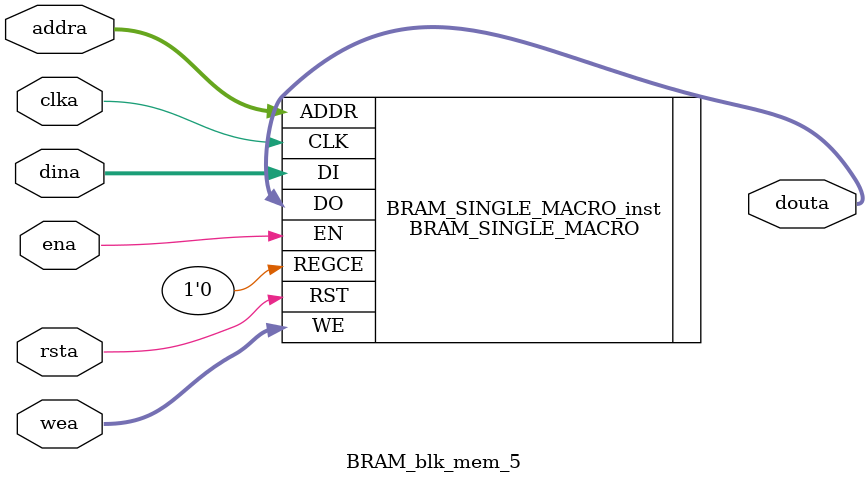
<source format=v>
`timescale 1ns/1ps

module BRAM_blk_mem_5 (
  clka,
  ena,
  wea,
  addra,
  dina,
  douta,
  rsta
);


input wire clka;

input wire ena;

input wire rsta;

input wire [1 : 0] wea;

input wire [9 : 0] addra;

input wire [15 : 0] dina;

output wire [15 : 0] douta;


// BRAM_SINGLE_MACRO : In order to incorporate this function into the design,
//   Verilog   : the following instance declaration needs to be placed
//  instance   : in the body of the design code.  The instance name
// declaration : (BRAM_SINGLE_MACRO_inst) and/or the port declarations within the
//    code     : parenthesis may be changed to properly reference and
//             : connect this function to the design.  All inputs
//             : and outputs must be connected.

//  <-----Cut code below this line---->

   // BRAM_SINGLE_MACRO: Single Port RAM
   //                    Artix-7
   // Xilinx HDL Language Template, version 2016.4
   
   /////////////////////////////////////////////////////////////////////
   //  READ_WIDTH | BRAM_SIZE | READ Depth  | ADDR Width |            //
   // WRITE_WIDTH |           | WRITE Depth |            |  WE Width  //
   // ============|===========|=============|============|============//
   //    37-72    |  "36Kb"   |      512    |    9-bit   |    8-bit   //
   //    19-36    |  "36Kb"   |     1024    |   10-bit   |    4-bit   //
   //    19-36    |  "18Kb"   |      512    |    9-bit   |    4-bit   //
   //    10-18    |  "36Kb"   |     2048    |   11-bit   |    2-bit   //
   //    10-18    |  "18Kb"   |     1024    |   10-bit   |    2-bit   //
   //     5-9     |  "36Kb"   |     4096    |   12-bit   |    1-bit   //
   //     5-9     |  "18Kb"   |     2048    |   11-bit   |    1-bit   //
   //     3-4     |  "36Kb"   |     8192    |   13-bit   |    1-bit   //
   //     3-4     |  "18Kb"   |     4096    |   12-bit   |    1-bit   //
   //       2     |  "36Kb"   |    16384    |   14-bit   |    1-bit   //
   //       2     |  "18Kb"   |     8192    |   13-bit   |    1-bit   //
   //       1     |  "36Kb"   |    32768    |   15-bit   |    1-bit   //
   //       1     |  "18Kb"   |    16384    |   14-bit   |    1-bit   //
   /////////////////////////////////////////////////////////////////////

   BRAM_SINGLE_MACRO #(
      .BRAM_SIZE("18Kb"), // Target BRAM, "18Kb" or "36Kb" 
      .DEVICE("7SERIES"), // Target Device: "7SERIES" 
      .DO_REG(0), // Optional output register (0 or 1)
      .INIT(36'h000000000), // Initial values on output port
      .INIT_FILE ("weight_5.mem"),
      .WRITE_WIDTH(16), // Valid values are 1-72 (37-72 only valid when BRAM_SIZE="36Kb")
      .READ_WIDTH(16),  // Valid values are 1-72 (37-72 only valid when BRAM_SIZE="36Kb")
      .SRVAL(36'h000000000), // Set/Reset value for port output
      .WRITE_MODE("WRITE_FIRST"), // "WRITE_FIRST", "READ_FIRST", or "NO_CHANGE" 
      .INIT_00(256'h0000000000000000000000000000000000000000000000000000000000000000),
      .INIT_01(256'h0000000000000000000000000000000000000000000000000000000000000000),
      .INIT_02(256'h0000000000000000000000000000000000000000000000000000000000000000),
      .INIT_03(256'h0000000000000000000000000000000000000000000000000000000000000000),
      .INIT_04(256'h0000000000000000000000000000000000000000000000000000000000000000),
      .INIT_05(256'h0000000000000000000000000000000000000000000000000000000000000000),
      .INIT_06(256'h0000000000000000000000000000000000000000000000000000000000000000),
      .INIT_07(256'h0000000000000000000000000000000000000000000000000000000000000000),
      .INIT_08(256'h0000000000000000000000000000000000000000000000000000000000000000),
      .INIT_09(256'h0000000000000000000000000000000000000000000000000000000000000000),
      .INIT_0A(256'h0000000000000000000000000000000000000000000000000000000000000000),
      .INIT_0B(256'h0000000000000000000000000000000000000000000000000000000000000000),
      .INIT_0C(256'h0000000000000000000000000000000000000000000000000000000000000000),
      .INIT_0D(256'h0000000000000000000000000000000000000000000000000000000000000000),
      .INIT_0E(256'h0000000000000000000000000000000000000000000000000000000000000000),
      .INIT_0F(256'h0000000000000000000000000000000000000000000000000000000000000000),
      .INIT_10(256'h0000000000000000000000000000000000000000000000000000000000000000),
      .INIT_11(256'h0000000000000000000000000000000000000000000000000000000000000000),
      .INIT_12(256'h0000000000000000000000000000000000000000000000000000000000000000),
      .INIT_13(256'h0000000000000000000000000000000000000000000000000000000000000000),
      .INIT_14(256'h0000000000000000000000000000000000000000000000000000000000000000),
      .INIT_15(256'h0000000000000000000000000000000000000000000000000000000000000000),
      .INIT_16(256'h0000000000000000000000000000000000000000000000000000000000000000),
      .INIT_17(256'h0000000000000000000000000000000000000000000000000000000000000000),
      .INIT_18(256'h0000000000000000000000000000000000000000000000000000000000000000),
      .INIT_19(256'h0000000000000000000000000000000000000000000000000000000000000000),
      .INIT_1A(256'h0000000000000000000000000000000000000000000000000000000000000000),
      .INIT_1B(256'h0000000000000000000000000000000000000000000000000000000000000000),
      .INIT_1C(256'h0000000000000000000000000000000000000000000000000000000000000000),
      .INIT_1D(256'h0000000000000000000000000000000000000000000000000000000000000000),
      .INIT_1E(256'h0000000000000000000000000000000000000000000000000000000000000000),
      .INIT_1F(256'h0000000000000000000000000000000000000000000000000000000000000000),
      .INIT_20(256'h0000000000000000000000000000000000000000000000000000000000000000),
      .INIT_21(256'h0000000000000000000000000000000000000000000000000000000000000000),
      .INIT_22(256'h0000000000000000000000000000000000000000000000000000000000000000),
      .INIT_23(256'h0000000000000000000000000000000000000000000000000000000000000000),
      .INIT_24(256'h0000000000000000000000000000000000000000000000000000000000000000),
      .INIT_25(256'h0000000000000000000000000000000000000000000000000000000000000000),
      .INIT_26(256'h0000000000000000000000000000000000000000000000000000000000000000),
      .INIT_27(256'h0000000000000000000000000000000000000000000000000000000000000000),
      .INIT_28(256'h0000000000000000000000000000000000000000000000000000000000000000),
      .INIT_29(256'h0000000000000000000000000000000000000000000000000000000000000000),
      .INIT_2A(256'h0000000000000000000000000000000000000000000000000000000000000000),
      .INIT_2B(256'h0000000000000000000000000000000000000000000000000000000000000000),
      .INIT_2C(256'h0000000000000000000000000000000000000000000000000000000000000000),
      .INIT_2D(256'h0000000000000000000000000000000000000000000000000000000000000000),
      .INIT_2E(256'h0000000000000000000000000000000000000000000000000000000000000000),
      .INIT_2F(256'h0000000000000000000000000000000000000000000000000000000000000000),
      .INIT_30(256'h0000000000000000000000000000000000000000000000000000000000000000),
      .INIT_31(256'h0000000000000000000000000000000000000000000000000000000000000000),
      .INIT_32(256'h0000000000000000000000000000000000000000000000000000000000000000),
      .INIT_33(256'h0000000000000000000000000000000000000000000000000000000000000000),
      .INIT_34(256'h0000000000000000000000000000000000000000000000000000000000000000),
      .INIT_35(256'h0000000000000000000000000000000000000000000000000000000000000000),
      .INIT_36(256'h0000000000000000000000000000000000000000000000000000000000000000),
      .INIT_37(256'h0000000000000000000000000000000000000000000000000000000000000000),
      .INIT_38(256'h0000000000000000000000000000000000000000000000000000000000000000),
      .INIT_39(256'h0000000000000000000000000000000000000000000000000000000000000000),
      .INIT_3A(256'h0000000000000000000000000000000000000000000000000000000000000000),
      .INIT_3B(256'h0000000000000000000000000000000000000000000000000000000000000000),
      .INIT_3C(256'h0000000000000000000000000000000000000000000000000000000000000000),
      .INIT_3D(256'h0000000000000000000000000000000000000000000000000000000000000000),
      .INIT_3E(256'h0000000000000000000000000000000000000000000000000000000000000000),
      .INIT_3F(256'h0000000000000000000000000000000000000000000000000000000000000000),
      
      // The next set of INIT_xx are valid when configured as 36Kb
      .INIT_40(256'h0000000000000000000000000000000000000000000000000000000000000000),
      .INIT_41(256'h0000000000000000000000000000000000000000000000000000000000000000),
      .INIT_42(256'h0000000000000000000000000000000000000000000000000000000000000000),
      .INIT_43(256'h0000000000000000000000000000000000000000000000000000000000000000),
      .INIT_44(256'h0000000000000000000000000000000000000000000000000000000000000000),
      .INIT_45(256'h0000000000000000000000000000000000000000000000000000000000000000),
      .INIT_46(256'h0000000000000000000000000000000000000000000000000000000000000000),
      .INIT_47(256'h0000000000000000000000000000000000000000000000000000000000000000),
      .INIT_48(256'h0000000000000000000000000000000000000000000000000000000000000000),
      .INIT_49(256'h0000000000000000000000000000000000000000000000000000000000000000),
      .INIT_4A(256'h0000000000000000000000000000000000000000000000000000000000000000),
      .INIT_4B(256'h0000000000000000000000000000000000000000000000000000000000000000),
      .INIT_4C(256'h0000000000000000000000000000000000000000000000000000000000000000),
      .INIT_4D(256'h0000000000000000000000000000000000000000000000000000000000000000),
      .INIT_4E(256'h0000000000000000000000000000000000000000000000000000000000000000),
      .INIT_4F(256'h0000000000000000000000000000000000000000000000000000000000000000),
      .INIT_50(256'h0000000000000000000000000000000000000000000000000000000000000000),
      .INIT_51(256'h0000000000000000000000000000000000000000000000000000000000000000),
      .INIT_52(256'h0000000000000000000000000000000000000000000000000000000000000000),
      .INIT_53(256'h0000000000000000000000000000000000000000000000000000000000000000),
      .INIT_54(256'h0000000000000000000000000000000000000000000000000000000000000000),
      .INIT_55(256'h0000000000000000000000000000000000000000000000000000000000000000),
      .INIT_56(256'h0000000000000000000000000000000000000000000000000000000000000000),
      .INIT_57(256'h0000000000000000000000000000000000000000000000000000000000000000),
      .INIT_58(256'h0000000000000000000000000000000000000000000000000000000000000000),
      .INIT_59(256'h0000000000000000000000000000000000000000000000000000000000000000),
      .INIT_5A(256'h0000000000000000000000000000000000000000000000000000000000000000),
      .INIT_5B(256'h0000000000000000000000000000000000000000000000000000000000000000),
      .INIT_5C(256'h0000000000000000000000000000000000000000000000000000000000000000),
      .INIT_5D(256'h0000000000000000000000000000000000000000000000000000000000000000),
      .INIT_5E(256'h0000000000000000000000000000000000000000000000000000000000000000),
      .INIT_5F(256'h0000000000000000000000000000000000000000000000000000000000000000),
      .INIT_60(256'h0000000000000000000000000000000000000000000000000000000000000000),
      .INIT_61(256'h0000000000000000000000000000000000000000000000000000000000000000),
      .INIT_62(256'h0000000000000000000000000000000000000000000000000000000000000000),
      .INIT_63(256'h0000000000000000000000000000000000000000000000000000000000000000),
      .INIT_64(256'h0000000000000000000000000000000000000000000000000000000000000000),
      .INIT_65(256'h0000000000000000000000000000000000000000000000000000000000000000),
      .INIT_66(256'h0000000000000000000000000000000000000000000000000000000000000000),
      .INIT_67(256'h0000000000000000000000000000000000000000000000000000000000000000),
      .INIT_68(256'h0000000000000000000000000000000000000000000000000000000000000000),
      .INIT_69(256'h0000000000000000000000000000000000000000000000000000000000000000),
      .INIT_6A(256'h0000000000000000000000000000000000000000000000000000000000000000),
      .INIT_6B(256'h0000000000000000000000000000000000000000000000000000000000000000),
      .INIT_6C(256'h0000000000000000000000000000000000000000000000000000000000000000),
      .INIT_6D(256'h0000000000000000000000000000000000000000000000000000000000000000),
      .INIT_6E(256'h0000000000000000000000000000000000000000000000000000000000000000),
      .INIT_6F(256'h0000000000000000000000000000000000000000000000000000000000000000),
      .INIT_70(256'h0000000000000000000000000000000000000000000000000000000000000000),
      .INIT_71(256'h0000000000000000000000000000000000000000000000000000000000000000),
      .INIT_72(256'h0000000000000000000000000000000000000000000000000000000000000000),
      .INIT_73(256'h0000000000000000000000000000000000000000000000000000000000000000),
      .INIT_74(256'h0000000000000000000000000000000000000000000000000000000000000000),
      .INIT_75(256'h0000000000000000000000000000000000000000000000000000000000000000),
      .INIT_76(256'h0000000000000000000000000000000000000000000000000000000000000000),
      .INIT_77(256'h0000000000000000000000000000000000000000000000000000000000000000),
      .INIT_78(256'h0000000000000000000000000000000000000000000000000000000000000000),
      .INIT_79(256'h0000000000000000000000000000000000000000000000000000000000000000),
      .INIT_7A(256'h0000000000000000000000000000000000000000000000000000000000000000),
      .INIT_7B(256'h0000000000000000000000000000000000000000000000000000000000000000),
      .INIT_7C(256'h0000000000000000000000000000000000000000000000000000000000000000),
      .INIT_7D(256'h0000000000000000000000000000000000000000000000000000000000000000),
      .INIT_7E(256'h0000000000000000000000000000000000000000000000000000000000000000),
      .INIT_7F(256'h0000000000000000000000000000000000000000000000000000000000000000),
      
      // The next set of INITP_xx are for the parity bits
      .INITP_00(256'h0000000000000000000000000000000000000000000000000000000000000000),
      .INITP_01(256'h0000000000000000000000000000000000000000000000000000000000000000),
      .INITP_02(256'h0000000000000000000000000000000000000000000000000000000000000000),
      .INITP_03(256'h0000000000000000000000000000000000000000000000000000000000000000),
      .INITP_04(256'h0000000000000000000000000000000000000000000000000000000000000000),
      .INITP_05(256'h0000000000000000000000000000000000000000000000000000000000000000),
      .INITP_06(256'h0000000000000000000000000000000000000000000000000000000000000000),
      .INITP_07(256'h0000000000000000000000000000000000000000000000000000000000000000),
      
      // The next set of INIT_xx are valid when configured as 36Kb
      .INITP_08(256'h0000000000000000000000000000000000000000000000000000000000000000),
      .INITP_09(256'h0000000000000000000000000000000000000000000000000000000000000000),
      .INITP_0A(256'h0000000000000000000000000000000000000000000000000000000000000000),
      .INITP_0B(256'h0000000000000000000000000000000000000000000000000000000000000000),
      .INITP_0C(256'h0000000000000000000000000000000000000000000000000000000000000000),
      .INITP_0D(256'h0000000000000000000000000000000000000000000000000000000000000000),
      .INITP_0E(256'h0000000000000000000000000000000000000000000000000000000000000000),
      .INITP_0F(256'h0000000000000000000000000000000000000000000000000000000000000000)
   ) BRAM_SINGLE_MACRO_inst (
      .DO(douta),       // Output data, width defined by READ_WIDTH parameter
      .ADDR(addra),   // Input address, width defined by read/write port depth
      .CLK(clka),     // 1-bit input clock
      .DI(dina),       // Input data port, width defined by WRITE_WIDTH parameter
      .EN(ena),       // 1-bit input RAM enable
      .REGCE(1'D0), // 1-bit input output register enable
      .RST(rsta),     // 1-bit input reset
      .WE(wea)        // Input write enable, width defined by write port depth
   );

   // End of BRAM_SINGLE_MACRO_inst instantiation
				
				
				
  
endmodule

</source>
